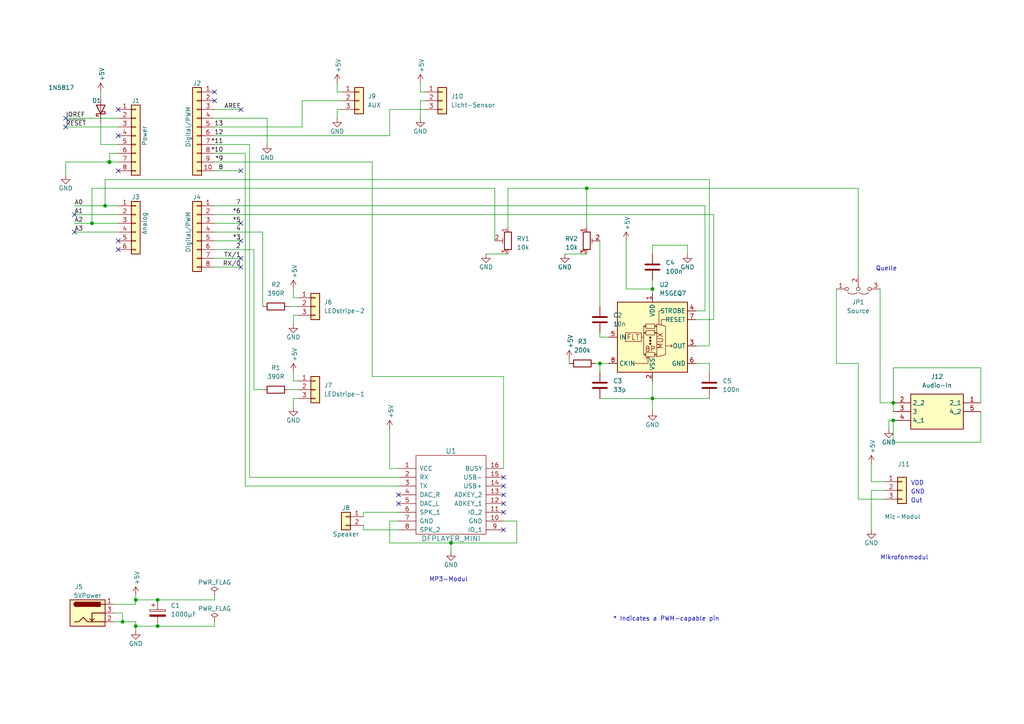
<source format=kicad_sch>
(kicad_sch (version 20230121) (generator eeschema)
  (paper "A4")
  (title_block (date "mar. 31 mars 2015"))
  (lib_symbols
    (symbol "Audio:MSGEQ7"
      (property "Reference" "U" (at -2.54 13.97 0))
      (property "Value" "MSGEQ7" (at -2.54 11.43 0))
      (symbol "MSGEQ7_0_0"
        (polyline (pts (xy -5.08 -7.62) (xy -1.27 -7.62) (xy -1.27 -5.715)))
        (polyline (pts (xy -1.905 -6.35) (xy -1.27 -5.715) (xy -0.635 -6.35)))
        (polyline (pts (xy 2.54 7.62) (xy 1.905 7.62) (xy 1.905 3.683)))
        (polyline (pts (xy 3.81 5.08) (xy 2.54 5.08) (xy 2.54 3.556)))
        (text "BP" (at -0.635 -3.429 0) (effects (font (size 1.524 1.524))))
        (text "FLT" (at -5.588 0 0) (effects (font (size 1.524 1.524))))
        (text "MUX" (at 2.286 -1.016 900) (effects (font (size 1.524 1.524))))
      )
      (symbol "MSGEQ7_0_1"
        (rectangle (start -3.175 -1.27) (end -7.747 1.27))
        (rectangle (start -1.905 -4.445) (end 0.635 -5.715))
        (rectangle (start -1.905 1.905) (end 0.635 0.635))
        (circle (center -0.635 -1.905) (radius 0.254) (fill (type outline)))
        (circle (center -0.635 -1.016) (radius 0.254) (fill (type outline)))
        (circle (center -0.635 -0.127) (radius 0.254) (fill (type outline)))
        (polyline (pts (xy -3.175 0) (xy -2.54 0)))
        (polyline (pts (xy -2.54 1.27) (xy -1.905 1.27)))
        (polyline (pts (xy 0.635 -5.08) (xy 1.27 -5.08)))
        (polyline (pts (xy 0.635 1.27) (xy 1.27 1.27)))
        (polyline (pts (xy 0.635 3.175) (xy 1.27 3.175)))
        (polyline (pts (xy 3.81 -2.54) (xy 5.715 -2.54)))
        (polyline (pts (xy 5.715 -2.54) (xy 5.334 -2.921)))
        (polyline (pts (xy 5.715 -2.54) (xy 5.334 -2.159)))
        (polyline (pts (xy -2.286 -4.826) (xy -2.032 -5.08) (xy -2.286 -5.334)))
        (polyline (pts (xy -2.286 1.524) (xy -2.032 1.27) (xy -2.286 1.016)))
        (polyline (pts (xy -2.286 3.429) (xy -2.032 3.175) (xy -2.286 2.921)))
        (polyline (pts (xy 0.889 -4.826) (xy 1.143 -5.08) (xy 0.889 -5.334)))
        (polyline (pts (xy 0.889 1.524) (xy 1.143 1.27) (xy 0.889 1.016)))
        (polyline (pts (xy 0.889 3.429) (xy 1.143 3.175) (xy 0.889 2.921)))
        (polyline (pts (xy -1.905 3.175) (xy -2.54 3.175) (xy -2.54 -5.08) (xy -1.905 -5.08)))
        (polyline (pts (xy 1.27 3.81) (xy 1.27 -5.715) (xy 3.81 -5.08) (xy 3.81 3.175) (xy 1.27 3.81)))
        (rectangle (start 0.635 2.54) (end -1.905 3.81))
        (rectangle (start 10.16 10.16) (end -10.16 -10.16) (stroke (width 0.254)) (fill (type background)))
      )
      (symbol "MSGEQ7_1_1"
        (pin power_in line (at 0 12.7 270) (length 2.54) (name "VDD") (number "1"))
        (pin power_in line (at 0 -12.7 90) (length 2.54) (name "VSS") (number "2"))
        (pin output line (at 12.7 -2.54 180) (length 2.54) (name "OUT") (number "3"))
        (pin input line (at 12.7 7.62 180) (length 2.54) (name "STROBE") (number "4"))
        (pin input line (at -12.7 0 0) (length 2.54) (name "IN") (number "5"))
        (pin power_out line (at 12.7 -7.62 180) (length 2.54) (name "GND") (number "6"))
        (pin input line (at 12.7 5.08 180) (length 2.54) (name "RESET") (number "7"))
        (pin input line (at -12.7 -7.62 0) (length 2.54) (name "CKIN") (number "8"))
      )
    )
    (symbol "Connector:Barrel_Jack_Switch" (pin_names hide)
      (property "Reference" "J" (at 0 5.334 0))
      (property "Value" "Barrel_Jack_Switch" (at 0 -5.08 0))
      (symbol "Barrel_Jack_Switch_0_1"
        (rectangle (start -5.08 3.81) (end 5.08 -3.81) (stroke (width 0.254)) (fill (type background)))
        (arc (start -3.302 3.175) (mid -3.9343 2.54) (end -3.302 1.905) (stroke (width 0.254)))
        (arc (start -3.302 3.175) (mid -3.9343 2.54) (end -3.302 1.905) (stroke (width 0.254)) (fill (type outline)))
        (polyline (pts (xy 1.27 -2.286) (xy 1.905 -1.651)) (stroke (width 0.254)))
        (polyline (pts (xy 5.08 2.54) (xy 3.81 2.54)) (stroke (width 0.254)))
        (polyline (pts (xy 5.08 0) (xy 1.27 0) (xy 1.27 -2.286) (xy 0.635 -1.651)) (stroke (width 0.254)))
        (polyline (pts (xy -3.81 -2.54) (xy -2.54 -2.54) (xy -1.27 -1.27) (xy 0 -2.54) (xy 2.54 -2.54) (xy 5.08 -2.54)) (stroke (width 0.254)))
        (rectangle (start 3.683 3.175) (end -3.302 1.905) (stroke (width 0.254)) (fill (type outline)))
      )
      (symbol "Barrel_Jack_Switch_1_1"
        (pin passive line (at 7.62 2.54 180) (length 2.54) (name "~") (number "1"))
        (pin passive line (at 7.62 -2.54 180) (length 2.54) (name "~") (number "2"))
        (pin passive line (at 7.62 0 180) (length 2.54) (name "~") (number "3"))
      )
    )
    (symbol "Connector_Generic:Conn_01x02" (pin_names (offset 1.016) hide)
      (property "Reference" "J" (at 0 2.54 0))
      (property "Value" "Conn_01x02" (at 0 -5.08 0))
      (symbol "Conn_01x02_1_1"
        (rectangle (start -1.27 -2.413) (end 0 -2.667) (stroke (width 0.1524)))
        (rectangle (start -1.27 0.127) (end 0 -0.127) (stroke (width 0.1524)))
        (rectangle (start -1.27 1.27) (end 1.27 -3.81) (stroke (width 0.254)) (fill (type background)))
        (pin passive line (at -5.08 0 0) (length 3.81) (name "Pin_1") (number "1"))
        (pin passive line (at -5.08 -2.54 0) (length 3.81) (name "Pin_2") (number "2"))
      )
    )
    (symbol "Connector_Generic:Conn_01x03" (pin_names (offset 1.016) hide)
      (property "Reference" "J" (at 0 5.08 0))
      (property "Value" "Conn_01x03" (at 0 -5.08 0))
      (symbol "Conn_01x03_1_1"
        (rectangle (start -1.27 -2.413) (end 0 -2.667) (stroke (width 0.1524)))
        (rectangle (start -1.27 0.127) (end 0 -0.127) (stroke (width 0.1524)))
        (rectangle (start -1.27 2.667) (end 0 2.413) (stroke (width 0.1524)))
        (rectangle (start -1.27 3.81) (end 1.27 -3.81) (stroke (width 0.254)) (fill (type background)))
        (pin passive line (at -5.08 2.54 0) (length 3.81) (name "Pin_1") (number "1"))
        (pin passive line (at -5.08 0 0) (length 3.81) (name "Pin_2") (number "2"))
        (pin passive line (at -5.08 -2.54 0) (length 3.81) (name "Pin_3") (number "3"))
      )
    )
    (symbol "Connector_Generic:Conn_01x06" (pin_names (offset 1.016) hide)
      (property "Reference" "J" (at 0 7.62 0))
      (property "Value" "Conn_01x06" (at 0 -10.16 0))
      (symbol "Conn_01x06_1_1"
        (rectangle (start -1.27 -7.493) (end 0 -7.747) (stroke (width 0.1524)))
        (rectangle (start -1.27 -4.953) (end 0 -5.207) (stroke (width 0.1524)))
        (rectangle (start -1.27 -2.413) (end 0 -2.667) (stroke (width 0.1524)))
        (rectangle (start -1.27 0.127) (end 0 -0.127) (stroke (width 0.1524)))
        (rectangle (start -1.27 2.667) (end 0 2.413) (stroke (width 0.1524)))
        (rectangle (start -1.27 5.207) (end 0 4.953) (stroke (width 0.1524)))
        (rectangle (start -1.27 6.35) (end 1.27 -8.89) (stroke (width 0.254)) (fill (type background)))
        (pin passive line (at -5.08 5.08 0) (length 3.81) (name "Pin_1") (number "1"))
        (pin passive line (at -5.08 2.54 0) (length 3.81) (name "Pin_2") (number "2"))
        (pin passive line (at -5.08 0 0) (length 3.81) (name "Pin_3") (number "3"))
        (pin passive line (at -5.08 -2.54 0) (length 3.81) (name "Pin_4") (number "4"))
        (pin passive line (at -5.08 -5.08 0) (length 3.81) (name "Pin_5") (number "5"))
        (pin passive line (at -5.08 -7.62 0) (length 3.81) (name "Pin_6") (number "6"))
      )
    )
    (symbol "Connector_Generic:Conn_01x08" (pin_names (offset 1.016) hide)
      (property "Reference" "J" (at 0 10.16 0))
      (property "Value" "Conn_01x08" (at 0 -12.7 0))
      (symbol "Conn_01x08_1_1"
        (rectangle (start -1.27 -10.033) (end 0 -10.287) (stroke (width 0.1524)))
        (rectangle (start -1.27 -7.493) (end 0 -7.747) (stroke (width 0.1524)))
        (rectangle (start -1.27 -4.953) (end 0 -5.207) (stroke (width 0.1524)))
        (rectangle (start -1.27 -2.413) (end 0 -2.667) (stroke (width 0.1524)))
        (rectangle (start -1.27 0.127) (end 0 -0.127) (stroke (width 0.1524)))
        (rectangle (start -1.27 2.667) (end 0 2.413) (stroke (width 0.1524)))
        (rectangle (start -1.27 5.207) (end 0 4.953) (stroke (width 0.1524)))
        (rectangle (start -1.27 7.747) (end 0 7.493) (stroke (width 0.1524)))
        (rectangle (start -1.27 8.89) (end 1.27 -11.43) (stroke (width 0.254)) (fill (type background)))
        (pin passive line (at -5.08 7.62 0) (length 3.81) (name "Pin_1") (number "1"))
        (pin passive line (at -5.08 5.08 0) (length 3.81) (name "Pin_2") (number "2"))
        (pin passive line (at -5.08 2.54 0) (length 3.81) (name "Pin_3") (number "3"))
        (pin passive line (at -5.08 0 0) (length 3.81) (name "Pin_4") (number "4"))
        (pin passive line (at -5.08 -2.54 0) (length 3.81) (name "Pin_5") (number "5"))
        (pin passive line (at -5.08 -5.08 0) (length 3.81) (name "Pin_6") (number "6"))
        (pin passive line (at -5.08 -7.62 0) (length 3.81) (name "Pin_7") (number "7"))
        (pin passive line (at -5.08 -10.16 0) (length 3.81) (name "Pin_8") (number "8"))
      )
    )
    (symbol "Connector_Generic:Conn_01x10" (pin_names (offset 1.016) hide)
      (property "Reference" "J" (at 0 12.7 0))
      (property "Value" "Conn_01x10" (at 0 -15.24 0))
      (symbol "Conn_01x10_1_1"
        (rectangle (start -1.27 -12.573) (end 0 -12.827) (stroke (width 0.1524)))
        (rectangle (start -1.27 -10.033) (end 0 -10.287) (stroke (width 0.1524)))
        (rectangle (start -1.27 -7.493) (end 0 -7.747) (stroke (width 0.1524)))
        (rectangle (start -1.27 -4.953) (end 0 -5.207) (stroke (width 0.1524)))
        (rectangle (start -1.27 -2.413) (end 0 -2.667) (stroke (width 0.1524)))
        (rectangle (start -1.27 0.127) (end 0 -0.127) (stroke (width 0.1524)))
        (rectangle (start -1.27 2.667) (end 0 2.413) (stroke (width 0.1524)))
        (rectangle (start -1.27 5.207) (end 0 4.953) (stroke (width 0.1524)))
        (rectangle (start -1.27 7.747) (end 0 7.493) (stroke (width 0.1524)))
        (rectangle (start -1.27 10.287) (end 0 10.033) (stroke (width 0.1524)))
        (rectangle (start -1.27 11.43) (end 1.27 -13.97) (stroke (width 0.254)) (fill (type background)))
        (pin passive line (at -5.08 10.16 0) (length 3.81) (name "Pin_1") (number "1"))
        (pin passive line (at -5.08 -12.7 0) (length 3.81) (name "Pin_10") (number "10"))
        (pin passive line (at -5.08 7.62 0) (length 3.81) (name "Pin_2") (number "2"))
        (pin passive line (at -5.08 5.08 0) (length 3.81) (name "Pin_3") (number "3"))
        (pin passive line (at -5.08 2.54 0) (length 3.81) (name "Pin_4") (number "4"))
        (pin passive line (at -5.08 0 0) (length 3.81) (name "Pin_5") (number "5"))
        (pin passive line (at -5.08 -2.54 0) (length 3.81) (name "Pin_6") (number "6"))
        (pin passive line (at -5.08 -5.08 0) (length 3.81) (name "Pin_7") (number "7"))
        (pin passive line (at -5.08 -7.62 0) (length 3.81) (name "Pin_8") (number "8"))
        (pin passive line (at -5.08 -10.16 0) (length 3.81) (name "Pin_9") (number "9"))
      )
    )
    (symbol "Device:C" (pin_numbers hide) (pin_names (offset 0.254))
      (property "Reference" "C" (at 0.635 2.54 0))
      (property "Value" "C" (at 0.635 -2.54 0))
      (symbol "C_0_1"
        (polyline (pts (xy -2.032 -0.762) (xy 2.032 -0.762)) (stroke (width 0.508)))
        (polyline (pts (xy -2.032 0.762) (xy 2.032 0.762)) (stroke (width 0.508)))
      )
      (symbol "C_1_1"
        (pin passive line (at 0 3.81 270) (length 2.794) (name "~") (number "1"))
        (pin passive line (at 0 -3.81 90) (length 2.794) (name "~") (number "2"))
      )
    )
    (symbol "Device:C_Polarized" (pin_numbers hide) (pin_names (offset 0.254))
      (property "Reference" "C" (at 0.635 2.54 0))
      (property "Value" "C_Polarized" (at 0.635 -2.54 0))
      (symbol "C_Polarized_0_1"
        (rectangle (start -2.286 0.508) (end 2.286 1.016))
        (polyline (pts (xy -1.778 2.286) (xy -0.762 2.286)))
        (polyline (pts (xy -1.27 2.794) (xy -1.27 1.778)))
        (rectangle (start 2.286 -0.508) (end -2.286 -1.016) (fill (type outline)))
      )
      (symbol "C_Polarized_1_1"
        (pin passive line (at 0 3.81 270) (length 2.794) (name "~") (number "1"))
        (pin passive line (at 0 -3.81 90) (length 2.794) (name "~") (number "2"))
      )
    )
    (symbol "Device:D_Schottky" (pin_numbers hide) (pin_names (offset 1.016) hide)
      (property "Reference" "D" (at 0 2.54 0))
      (property "Value" "D_Schottky" (at 0 -2.54 0))
      (symbol "D_Schottky_0_1"
        (polyline (pts (xy 1.27 0) (xy -1.27 0)))
        (polyline (pts (xy 1.27 1.27) (xy 1.27 -1.27) (xy -1.27 0) (xy 1.27 1.27)) (stroke (width 0.254)))
        (polyline (pts (xy -1.905 0.635) (xy -1.905 1.27) (xy -1.27 1.27) (xy -1.27 -1.27) (xy -0.635 -1.27) (xy -0.635 -0.635)) (stroke (width 0.254)))
      )
      (symbol "D_Schottky_1_1"
        (pin passive line (at -3.81 0 0) (length 2.54) (name "K") (number "1"))
        (pin passive line (at 3.81 0 180) (length 2.54) (name "A") (number "2"))
      )
    )
    (symbol "Device:R" (pin_numbers hide) (pin_names (offset 0))
      (property "Reference" "R" (at 2.032 0 90))
      (property "Value" "R" (at 0 0 90))
      (symbol "R_0_1"
        (rectangle (start -1.016 -2.54) (end 1.016 2.54) (stroke (width 0.254)))
      )
      (symbol "R_1_1"
        (pin passive line (at 0 3.81 270) (length 1.27) (name "~") (number "1"))
        (pin passive line (at 0 -3.81 90) (length 1.27) (name "~") (number "2"))
      )
    )
    (symbol "Device:R_Potentiometer_Trim" (pin_names (offset 1.016) hide)
      (property "Reference" "RV" (at -4.445 0 90))
      (property "Value" "R_Potentiometer_Trim" (at -2.54 0 90))
      (symbol "R_Potentiometer_Trim_0_1"
        (polyline (pts (xy 1.524 0.762) (xy 1.524 -0.762)))
        (polyline (pts (xy 2.54 0) (xy 1.524 0)))
        (rectangle (start 1.016 2.54) (end -1.016 -2.54) (stroke (width 0.254)))
      )
      (symbol "R_Potentiometer_Trim_1_1"
        (pin passive line (at 0 3.81 270) (length 1.27) (name "1") (number "1"))
        (pin passive line (at 3.81 0 180) (length 1.27) (name "2") (number "2"))
        (pin passive line (at 0 -3.81 90) (length 1.27) (name "3") (number "3"))
      )
    )
    (symbol "Jumper:Jumper_3_Open" (pin_names (offset 0) hide)
      (property "Reference" "JP" (at -2.54 -2.54 0))
      (property "Value" "Jumper_3_Open" (at 0 2.794 0))
      (symbol "Jumper_3_Open_0_0"
        (circle (center -3.302 0) (radius 0.508))
        (circle (center 0 0) (radius 0.508))
        (circle (center 3.302 0) (radius 0.508))
      )
      (symbol "Jumper_3_Open_0_1"
        (arc (start -0.254 1.016) (mid -1.651 1.4992) (end -3.048 1.016))
        (polyline (pts (xy 0 -0.508) (xy 0 -1.27)))
        (arc (start 3.048 1.016) (mid 1.651 1.4992) (end 0.254 1.016))
      )
      (symbol "Jumper_3_Open_1_1"
        (pin passive line (at -6.35 0 0) (length 2.54) (name "A") (number "1"))
        (pin passive line (at 0 -3.81 90) (length 2.54) (name "C") (number "2"))
        (pin passive line (at 6.35 0 180) (length 2.54) (name "B") (number "3"))
      )
    )
    (symbol "PJ-313:PJ-313"
      (property "Reference" "J" (at 21.59 7.62 0))
      (property "Value" "PJ-313" (at 21.59 5.08 0))
      (symbol "PJ-313_1_1"
        (rectangle (start 5.08 2.54) (end 20.32 -7.62) (stroke (width 0.254)) (fill (type background)))
        (pin passive line (at 0 0 0) (length 5.08) (name "2_1") (number "1"))
        (pin passive line (at 25.4 0 180) (length 5.08) (name "2_2") (number "2"))
        (pin passive line (at 25.4 -2.54 180) (length 5.08) (name "3") (number "3"))
        (pin passive line (at 25.4 -5.08 180) (length 5.08) (name "4_1") (number "4"))
        (pin passive line (at 0 -2.54 0) (length 5.08) (name "4_2") (number "5"))
      )
    )
    (symbol "power:+5V" (power) (pin_names (offset 0))
      (property "Value" "+5V" (at 0 3.556 0))
      (symbol "+5V_0_1"
        (polyline (pts (xy -0.762 1.27) (xy 0 2.54)))
        (polyline (pts (xy 0 0) (xy 0 2.54)))
        (polyline (pts (xy 0 2.54) (xy 0.762 1.27)))
      )
      (symbol "+5V_1_1"
        (pin power_in line (at 0 0 90) (length 0) hide (name "+5V") (number "1"))
      )
    )
    (symbol "power:GND" (power) (pin_names (offset 0))
      (property "Value" "GND" (at 0 -3.81 0))
      (symbol "GND_0_1"
        (polyline (pts (xy 0 0) (xy 0 -1.27) (xy 1.27 -1.27) (xy 0 -2.54) (xy -1.27 -1.27) (xy 0 -1.27)))
      )
      (symbol "GND_1_1"
        (pin power_in line (at 0 0 270) (length 0) hide (name "GND") (number "1"))
      )
    )
    (symbol "power:PWR_FLAG" (power) (pin_numbers hide) (pin_names (offset 0) hide)
      (property "Value" "PWR_FLAG" (at 0 3.81 0))
      (symbol "PWR_FLAG_0_0"
        (pin power_out line (at 0 0 90) (length 0) (name "pwr") (number "1"))
      )
      (symbol "PWR_FLAG_0_1"
        (polyline (pts (xy 0 0) (xy 0 1.27) (xy -1.016 1.905) (xy 0 2.54) (xy 1.016 1.905) (xy 0 1.27)))
      )
    )
    (symbol "rur:DFPLAYER_MINI" (pin_names (offset 1.016))
      (property "Reference" "U" (at 0 -6.35 0))
      (property "Value" "DFPLAYER_MINI" (at 0 11.43 0))
      (symbol "DFPLAYER_MINI_0_1"
        (rectangle (start -10.16 -10.16) (end 10.16 12.7))
      )
      (symbol "DFPLAYER_MINI_1_1"
        (pin input line (at -15.24 8.89 0) (length 5.08) (name "VCC") (number "1"))
        (pin input line (at 15.24 -6.35 180) (length 5.08) (name "GND") (number "10"))
        (pin input line (at 15.24 -3.81 180) (length 5.08) (name "IO_2") (number "11"))
        (pin input line (at 15.24 -1.27 180) (length 5.08) (name "ADKEY_1") (number "12"))
        (pin input line (at 15.24 1.27 180) (length 5.08) (name "ADKEY_2") (number "13"))
        (pin input line (at 15.24 3.81 180) (length 5.08) (name "USB+") (number "14"))
        (pin input line (at 15.24 6.35 180) (length 5.08) (name "USB-") (number "15"))
        (pin input line (at 15.24 8.89 180) (length 5.08) (name "BUSY") (number "16"))
        (pin input line (at -15.24 6.35 0) (length 5.08) (name "RX") (number "2"))
        (pin input line (at -15.24 3.81 0) (length 5.08) (name "TX") (number "3"))
        (pin input line (at -15.24 1.27 0) (length 5.08) (name "DAC_R") (number "4"))
        (pin input line (at -15.24 -1.27 0) (length 5.08) (name "DAC_L") (number "5"))
        (pin input line (at -15.24 -3.81 0) (length 5.08) (name "SPK_1") (number "6"))
        (pin input line (at -15.24 -6.35 0) (length 5.08) (name "GND") (number "7"))
        (pin input line (at -15.24 -8.89 0) (length 5.08) (name "SPK_2") (number "8"))
        (pin input line (at 15.24 -8.89 180) (length 5.08) (name "IO_1") (number "9"))
      )
    )
  )
  (junction (at 259.08 121.92))
  (junction (at 170.18 54.61))
  (junction (at 45.72 173.99))
  (junction (at 189.23 83.82))
  (junction (at 31.75 46.99) (diameter 1.016))
  (junction (at 26.67 64.77))
  (junction (at 39.37 173.99))
  (junction (at 35.56 180.34))
  (junction (at 39.37 181.61))
  (junction (at 259.08 116.84))
  (junction (at 45.72 181.61))
  (junction (at 130.81 157.48))
  (junction (at 189.23 115.57))
  (junction (at 173.99 105.41))
  (junction (at 30.48 59.69))
  (no_connect (at 69.85 77.47))
  (no_connect (at 146.05 138.43))
  (no_connect (at 146.05 140.97))
  (no_connect (at 62.23 29.21))
  (no_connect (at 21.59 62.23))
  (no_connect (at 146.05 148.59))
  (no_connect (at 34.29 39.37))
  (no_connect (at 69.85 31.75))
  (no_connect (at 21.59 67.31))
  (no_connect (at 34.29 49.53))
  (no_connect (at 19.05 36.83))
  (no_connect (at 146.05 146.05))
  (no_connect (at 115.57 146.05))
  (no_connect (at 115.57 143.51))
  (no_connect (at 69.85 69.85))
  (no_connect (at 34.29 72.39))
  (no_connect (at 69.85 64.77))
  (no_connect (at 62.23 26.67))
  (no_connect (at 34.29 69.85))
  (no_connect (at 34.29 31.75))
  (no_connect (at 146.05 153.67))
  (no_connect (at 69.85 49.53))
  (no_connect (at 146.05 143.51))
  (no_connect (at 69.85 74.93))
  (no_connect (at 19.05 34.29))
  (wire (pts (xy 62.23 77.47) (xy 69.85 77.47)))
  (wire (pts (xy 85.09 86.36) (xy 86.36 86.36)))
  (wire (pts (xy 252.73 142.24) (xy 256.54 142.24)))
  (wire (pts (xy 146.05 135.89) (xy 146.05 109.22)))
  (wire (pts (xy 72.39 41.91) (xy 72.39 138.43)))
  (wire (pts (xy 181.61 83.82) (xy 181.61 69.85)))
  (wire (pts (xy 62.23 44.45) (xy 71.12 44.45)))
  (wire (pts (xy 248.92 105.41) (xy 242.57 105.41)))
  (wire (pts (xy 143.51 54.61) (xy 26.67 54.61)))
  (wire (pts (xy 26.67 64.77) (xy 21.59 64.77)))
  (wire (pts (xy 30.48 59.69) (xy 21.59 59.69)))
  (wire (pts (xy 259.08 106.68) (xy 259.08 116.84)))
  (wire (pts (xy 205.74 105.41) (xy 205.74 107.95)))
  (wire (pts (xy 201.93 100.33) (xy 205.74 100.33)))
  (wire (pts (xy 31.75 44.45) (xy 31.75 46.99)))
  (wire (pts (xy 170.18 54.61) (xy 170.18 66.04)))
  (wire (pts (xy 189.23 83.82) (xy 181.61 83.82)))
  (wire (pts (xy 83.82 113.03) (xy 86.36 113.03)))
  (wire (pts (xy 242.57 105.41) (xy 242.57 83.82)))
  (wire (pts (xy 172.72 105.41) (xy 173.99 105.41)))
  (wire (pts (xy 149.86 151.13) (xy 149.86 157.48)))
  (wire (pts (xy 19.05 46.99) (xy 19.05 50.8)))
  (wire (pts (xy 115.57 140.97) (xy 71.12 140.97)))
  (wire (pts (xy 248.92 80.01) (xy 248.92 54.61)))
  (wire (pts (xy 189.23 71.12) (xy 199.39 71.12)))
  (wire (pts (xy 121.92 29.21) (xy 121.92 34.29)))
  (wire (pts (xy 29.21 41.91) (xy 34.29 41.91)))
  (wire (pts (xy 73.66 113.03) (xy 76.2 113.03)))
  (wire (pts (xy 259.08 121.92) (xy 257.81 121.92)))
  (wire (pts (xy 113.03 135.89) (xy 115.57 135.89)))
  (wire (pts (xy 35.56 177.8) (xy 35.56 180.34)))
  (wire (pts (xy 62.23 36.83) (xy 87.63 36.83)))
  (wire (pts (xy 83.82 88.9) (xy 86.36 88.9)))
  (wire (pts (xy 62.23 59.69) (xy 204.47 59.69)))
  (wire (pts (xy 33.02 177.8) (xy 35.56 177.8)))
  (wire (pts (xy 29.21 35.56) (xy 29.21 41.91)))
  (wire (pts (xy 34.29 59.69) (xy 30.48 59.69)))
  (wire (pts (xy 62.23 39.37) (xy 113.03 39.37)))
  (wire (pts (xy 85.09 115.57) (xy 86.36 115.57)))
  (wire (pts (xy 33.02 180.34) (xy 35.56 180.34)))
  (wire (pts (xy 85.09 93.98) (xy 85.09 91.44)))
  (wire (pts (xy 62.23 62.23) (xy 207.01 62.23)))
  (wire (pts (xy 87.63 29.21) (xy 87.63 36.83)))
  (wire (pts (xy 73.66 72.39) (xy 73.66 113.03)))
  (wire (pts (xy 284.48 106.68) (xy 259.08 106.68)))
  (wire (pts (xy 113.03 151.13) (xy 115.57 151.13)))
  (wire (pts (xy 71.12 44.45) (xy 71.12 140.97)))
  (wire (pts (xy 189.23 115.57) (xy 205.74 115.57)))
  (wire (pts (xy 121.92 26.67) (xy 121.92 24.13)))
  (wire (pts (xy 257.81 121.92) (xy 257.81 124.46)))
  (wire (pts (xy 201.93 105.41) (xy 205.74 105.41)))
  (wire (pts (xy 173.99 97.79) (xy 173.99 96.52)))
  (wire (pts (xy 284.48 116.84) (xy 284.48 106.68)))
  (wire (pts (xy 146.05 151.13) (xy 149.86 151.13)))
  (wire (pts (xy 284.48 119.38) (xy 284.48 128.27)))
  (wire (pts (xy 76.2 88.9) (xy 76.2 67.31)))
  (wire (pts (xy 85.09 110.49) (xy 85.09 107.95)))
  (wire (pts (xy 19.05 34.29) (xy 34.29 34.29)))
  (wire (pts (xy 143.51 54.61) (xy 143.51 69.85)))
  (wire (pts (xy 165.1 104.14) (xy 165.1 105.41)))
  (wire (pts (xy 173.99 105.41) (xy 176.53 105.41)))
  (wire (pts (xy 45.72 181.61) (xy 62.23 181.61)))
  (wire (pts (xy 189.23 85.09) (xy 189.23 83.82)))
  (wire (pts (xy 105.41 148.59) (xy 105.41 149.86)))
  (wire (pts (xy 176.53 97.79) (xy 173.99 97.79)))
  (wire (pts (xy 85.09 91.44) (xy 86.36 91.44)))
  (wire (pts (xy 105.41 153.67) (xy 115.57 153.67)))
  (wire (pts (xy 113.03 31.75) (xy 113.03 39.37)))
  (wire (pts (xy 99.06 29.21) (xy 87.63 29.21)))
  (wire (pts (xy 130.81 157.48) (xy 113.03 157.48)))
  (wire (pts (xy 255.27 116.84) (xy 255.27 83.82)))
  (wire (pts (xy 62.23 31.75) (xy 69.85 31.75)))
  (wire (pts (xy 62.23 172.72) (xy 62.23 173.99)))
  (wire (pts (xy 252.73 153.67) (xy 252.73 142.24)))
  (wire (pts (xy 26.67 54.61) (xy 26.67 64.77)))
  (wire (pts (xy 115.57 138.43) (xy 72.39 138.43)))
  (wire (pts (xy 248.92 54.61) (xy 170.18 54.61)))
  (wire (pts (xy 34.29 64.77) (xy 26.67 64.77)))
  (wire (pts (xy 19.05 36.83) (xy 34.29 36.83)))
  (wire (pts (xy 204.47 90.17) (xy 204.47 59.69)))
  (wire (pts (xy 34.29 46.99) (xy 31.75 46.99)))
  (wire (pts (xy 105.41 152.4) (xy 105.41 153.67)))
  (wire (pts (xy 163.83 73.66) (xy 170.18 73.66)))
  (wire (pts (xy 29.21 26.67) (xy 29.21 27.94)))
  (wire (pts (xy 99.06 31.75) (xy 97.79 31.75)))
  (wire (pts (xy 189.23 110.49) (xy 189.23 115.57)))
  (wire (pts (xy 252.73 139.7) (xy 252.73 134.62)))
  (wire (pts (xy 30.48 52.07) (xy 30.48 59.69)))
  (wire (pts (xy 97.79 31.75) (xy 97.79 34.29)))
  (wire (pts (xy 39.37 180.34) (xy 39.37 181.61)))
  (wire (pts (xy 21.59 62.23) (xy 34.29 62.23)))
  (wire (pts (xy 173.99 115.57) (xy 189.23 115.57)))
  (wire (pts (xy 85.09 83.82) (xy 85.09 86.36)))
  (wire (pts (xy 189.23 115.57) (xy 189.23 119.38)))
  (wire (pts (xy 86.36 110.49) (xy 85.09 110.49)))
  (wire (pts (xy 33.02 175.26) (xy 39.37 175.26)))
  (wire (pts (xy 170.18 54.61) (xy 147.32 54.61)))
  (wire (pts (xy 19.05 46.99) (xy 31.75 46.99)))
  (wire (pts (xy 259.08 128.27) (xy 259.08 121.92)))
  (wire (pts (xy 62.23 46.99) (xy 107.95 46.99)))
  (wire (pts (xy 39.37 172.72) (xy 39.37 173.99)))
  (wire (pts (xy 62.23 67.31) (xy 76.2 67.31)))
  (wire (pts (xy 173.99 69.85) (xy 173.99 88.9)))
  (wire (pts (xy 34.29 44.45) (xy 31.75 44.45)))
  (wire (pts (xy 284.48 128.27) (xy 259.08 128.27)))
  (wire (pts (xy 35.56 180.34) (xy 39.37 180.34)))
  (wire (pts (xy 173.99 105.41) (xy 173.99 107.95)))
  (wire (pts (xy 107.95 109.22) (xy 107.95 46.99)))
  (wire (pts (xy 39.37 181.61) (xy 39.37 182.88)))
  (wire (pts (xy 248.92 144.78) (xy 256.54 144.78)))
  (wire (pts (xy 189.23 71.12) (xy 189.23 73.66)))
  (wire (pts (xy 62.23 41.91) (xy 72.39 41.91)))
  (wire (pts (xy 189.23 81.28) (xy 189.23 83.82)))
  (wire (pts (xy 39.37 181.61) (xy 45.72 181.61)))
  (wire (pts (xy 205.74 52.07) (xy 30.48 52.07)))
  (wire (pts (xy 140.97 73.66) (xy 147.32 73.66)))
  (wire (pts (xy 85.09 118.11) (xy 85.09 115.57)))
  (wire (pts (xy 252.73 139.7) (xy 256.54 139.7)))
  (wire (pts (xy 130.81 157.48) (xy 149.86 157.48)))
  (wire (pts (xy 62.23 180.34) (xy 62.23 181.61)))
  (wire (pts (xy 62.23 64.77) (xy 69.85 64.77)))
  (wire (pts (xy 21.59 67.31) (xy 34.29 67.31)))
  (wire (pts (xy 39.37 175.26) (xy 39.37 173.99)))
  (wire (pts (xy 207.01 92.71) (xy 207.01 62.23)))
  (wire (pts (xy 62.23 34.29) (xy 77.47 34.29)))
  (wire (pts (xy 97.79 26.67) (xy 97.79 24.13)))
  (wire (pts (xy 115.57 148.59) (xy 105.41 148.59)))
  (wire (pts (xy 99.06 26.67) (xy 97.79 26.67)))
  (wire (pts (xy 248.92 105.41) (xy 248.92 144.78)))
  (wire (pts (xy 201.93 92.71) (xy 207.01 92.71)))
  (wire (pts (xy 39.37 173.99) (xy 45.72 173.99)))
  (wire (pts (xy 62.23 72.39) (xy 73.66 72.39)))
  (wire (pts (xy 123.19 29.21) (xy 121.92 29.21)))
  (wire (pts (xy 62.23 69.85) (xy 69.85 69.85)))
  (wire (pts (xy 113.03 124.46) (xy 113.03 135.89)))
  (wire (pts (xy 123.19 31.75) (xy 113.03 31.75)))
  (wire (pts (xy 62.23 173.99) (xy 45.72 173.99)))
  (wire (pts (xy 123.19 26.67) (xy 121.92 26.67)))
  (wire (pts (xy 199.39 71.12) (xy 199.39 73.66)))
  (wire (pts (xy 201.93 90.17) (xy 204.47 90.17)))
  (wire (pts (xy 146.05 109.22) (xy 107.95 109.22)))
  (wire (pts (xy 77.47 41.91) (xy 77.47 34.29)))
  (wire (pts (xy 113.03 157.48) (xy 113.03 151.13)))
  (wire (pts (xy 147.32 54.61) (xy 147.32 66.04)))
  (wire (pts (xy 130.81 157.48) (xy 130.81 160.02)))
  (wire (pts (xy 62.23 74.93) (xy 69.85 74.93)))
  (wire (pts (xy 259.08 116.84) (xy 259.08 119.38)))
  (wire (pts (xy 255.27 116.84) (xy 259.08 116.84)))
  (wire (pts (xy 205.74 100.33) (xy 205.74 52.07)))
  (wire (pts (xy 62.23 49.53) (xy 69.85 49.53)))
  (text "GND\n" (at 264.16 143.51 0) (effects (font (size 1.27 1.27)) (justify left bottom)))
  (text "Mikrofonmodul" (at 255.27 162.56 0) (effects (font (size 1.27 1.27)) (justify left bottom)))
  (text "Out" (at 264.16 146.05 0) (effects (font (size 1.27 1.27)) (justify left bottom)))
  (text "VDD" (at 264.16 140.97 0) (effects (font (size 1.27 1.27)) (justify left bottom)))
  (text "MP3-Modul" (at 124.46 168.91 0) (effects (font (size 1.27 1.27)) (justify left bottom)))
  (text "* Indicates a PWM-capable pin" (at 177.8 180.34 0) (effects (font (size 1.27 1.27)) (justify left bottom)))
  (text "Quelle" (at 254 78.74 0) (effects (font (size 1.27 1.27)) (justify left bottom)))
  (label "*10" (at 64.77 44.45 180))
  (label "A2" (at 21.59 64.77 0))
  (label "*6" (at 69.85 62.23 180))
  (label "12" (at 64.77 39.37 180))
  (label "4" (at 69.85 67.31 180))
  (label "A3" (at 21.59 67.31 0))
  (label "*5" (at 69.85 64.77 180))
  (label "~{RESET}" (at 19.05 36.83 0))
  (label "*3" (at 69.85 69.85 180))
  (label "8" (at 64.77 49.53 180))
  (label "RX{slash}0" (at 69.85 77.47 180))
  (label "13" (at 64.77 36.83 180))
  (label "2" (at 69.85 72.39 180))
  (label "*11" (at 64.77 41.91 180))
  (label "A1" (at 21.59 62.23 0))
  (label "A0" (at 21.59 59.69 0))
  (label "*9" (at 64.77 46.99 180))
  (label "IOREF" (at 19.05 34.29 0))
  (label "TX{slash}1" (at 69.85 74.93 180))
  (label "7" (at 69.85 59.69 180))
  (label "AREF" (at 69.85 31.75 180))
  (symbol (lib_id "Connector_Generic:Conn_01x08") (at 39.37 39.37 0) (unit 1)
    (property "Reference" "J1" (at 39.37 29.21 0))
    (property "Value" "Power" (at 41.91 39.37 90))
    (property "Footprint" "Connector_PinSocket_2.54mm:PinSocket_1x08_P2.54mm_Vertical" (effects hide))
  )
  (symbol (lib_id "power:+5V") (at 29.21 26.67 0) (unit 1)
    (property "Reference" "#PWR02" (effects hide))
    (property "Value" "+5V" (at 29.5656 23.622 90) (effects (justify left)))
  )
  (symbol (lib_id "power:GND") (at 19.05 50.8 0) (unit 1)
    (property "Reference" "#PWR04" (effects hide))
    (property "Value" "GND" (at 19.05 54.61 0))
  )
  (symbol (lib_id "Connector_Generic:Conn_01x10") (at 57.15 36.83 0) (mirror y) (unit 1)
    (property "Reference" "J2" (at 57.15 24.13 0))
    (property "Value" "Digital/PWM" (at 54.61 36.83 90))
    (property "Footprint" "Connector_PinSocket_2.54mm:PinSocket_1x10_P2.54mm_Vertical" (effects hide))
  )
  (symbol (lib_id "power:GND") (at 77.47 41.91 0) (unit 1)
    (property "Reference" "#PWR05" (effects hide))
    (property "Value" "GND" (at 77.47 45.72 0))
  )
  (symbol (lib_id "Connector_Generic:Conn_01x06") (at 39.37 64.77 0) (unit 1)
    (property "Reference" "J3" (at 39.37 57.15 0))
    (property "Value" "Analog" (at 41.91 64.77 90))
    (property "Footprint" "Connector_PinSocket_2.54mm:PinSocket_1x06_P2.54mm_Vertical" (effects hide))
  )
  (symbol (lib_id "Connector_Generic:Conn_01x08") (at 57.15 67.31 0) (mirror y) (unit 1)
    (property "Reference" "J4" (at 57.15 57.15 0))
    (property "Value" "Digital/PWM" (at 54.61 67.31 90))
    (property "Footprint" "Connector_PinSocket_2.54mm:PinSocket_1x08_P2.54mm_Vertical" (effects hide))
  )
  (symbol (lib_id "power:+5V") (at 165.1 104.14 0) (unit 1)
    (property "Reference" "#PWR021" (effects hide))
    (property "Value" "+5V" (at 165.4556 101.092 90) (effects (justify left)))
  )
  (symbol (lib_id "power:+5V") (at 85.09 107.95 0) (unit 1)
    (property "Reference" "#PWR011" (effects hide))
    (property "Value" "+5V" (at 85.4456 104.902 90) (effects (justify left)))
  )
  (symbol (lib_id "power:GND") (at 189.23 119.38 0) (unit 1)
    (property "Reference" "#PWR024" (effects hide))
    (property "Value" "GND" (at 189.23 123.19 0))
  )
  (symbol (lib_id "Device:R_Potentiometer_Trim") (at 170.18 69.85 0) (unit 1)
    (property "Reference" "RV2" (at 167.64 69.215 0) (effects (justify right)))
    (property "Value" "10k" (at 167.64 71.755 0) (effects (justify right)))
    (property "Footprint" "Potentiometer_THT:Potentiometer_Runtron_RM-063_Horizontal" (effects hide))
  )
  (symbol (lib_id "Connector_Generic:Conn_01x02") (at 100.33 149.86 0) (mirror y) (unit 1)
    (property "Reference" "J8" (at 100.33 147.32 0))
    (property "Value" "Speaker" (at 100.33 154.94 0))
    (property "Footprint" "Connector_PinHeader_2.54mm:PinHeader_1x02_P2.54mm_Horizontal" (effects hide))
  )
  (symbol (lib_id "Audio:MSGEQ7") (at 189.23 97.79 0) (unit 1)
    (property "Reference" "U2" (at 191.2494 82.55 0) (effects (justify left)))
    (property "Value" "MSGEQ7" (at 191.2494 85.09 0) (effects (justify left)))
    (property "Footprint" "Package_DIP:DIP-8_W7.62mm" (effects hide))
    (property "Datasheet" "http://mix-sig.com/images/datasheets/MSGEQ7.pdf" (effects hide))
  )
  (symbol (lib_id "Device:D_Schottky") (at 29.21 31.75 90) (unit 1)
    (property "Reference" "D1" (at 26.67 29.21 90) (effects (justify right)))
    (property "Value" "1N5817" (at 13.97 25.4 90) (effects (justify right)))
    (property "Footprint" "Diode_THT:D_DO-41_SOD81_P10.16mm_Horizontal" (effects hide))
  )
  (symbol (lib_id "power:+5V") (at 252.73 134.62 0) (unit 1)
    (property "Reference" "#PWR028" (effects hide))
    (property "Value" "+5V" (at 253.0856 131.572 90) (effects (justify left)))
  )
  (symbol (lib_id "rur:DFPLAYER_MINI") (at 130.81 144.78 0) (unit 1)
    (property "Reference" "U1" (at 130.81 130.81 0) (effects (font (size 1.524 1.524))))
    (property "Value" "DFPLAYER_MINI" (at 130.81 156.21 0) (effects (font (size 1.524 1.524))))
    (property "Footprint" "MeineModule:DFR0299" (effects hide))
  )
  (symbol (lib_id "Device:R_Potentiometer_Trim") (at 147.32 69.85 0) (mirror y) (unit 1)
    (property "Reference" "RV1" (at 149.86 69.215 0) (effects (justify right)))
    (property "Value" "10k" (at 149.86 71.755 0) (effects (justify right)))
    (property "Footprint" "Potentiometer_THT:Potentiometer_Runtron_RM-063_Horizontal" (effects hide))
  )
  (symbol (lib_id "power:GND") (at 199.39 73.66 0) (unit 1)
    (property "Reference" "#PWR025" (effects hide))
    (property "Value" "GND" (at 199.39 77.47 0))
  )
  (symbol (lib_id "power:PWR_FLAG") (at 62.23 172.72 0) (unit 1)
    (property "Reference" "#FLG01" (effects hide))
    (property "Value" "PWR_FLAG" (at 62.23 168.91 0))
  )
  (symbol (lib_id "power:+5V") (at 181.61 69.85 0) (unit 1)
    (property "Reference" "#PWR023" (effects hide))
    (property "Value" "+5V" (at 181.9656 66.802 90) (effects (justify left)))
  )
  (symbol (lib_id "Device:C") (at 189.23 77.47 0) (unit 1)
    (property "Reference" "C4" (at 193.04 76.1999 0) (effects (justify left)))
    (property "Value" "100n" (at 193.04 78.7399 0) (effects (justify left)))
    (property "Footprint" "Capacitor_THT:C_Disc_D3.0mm_W2.0mm_P2.50mm" (effects hide))
  )
  (symbol (lib_id "power:GND") (at 85.09 118.11 0) (unit 1)
    (property "Reference" "#PWR012" (effects hide))
    (property "Value" "GND" (at 85.09 121.92 0))
  )
  (symbol (lib_id "power:GND") (at 39.37 182.88 0) (unit 1)
    (property "Reference" "#PWR07" (effects hide))
    (property "Value" "GND" (at 39.37 186.69 0))
  )
  (symbol (lib_id "power:GND") (at 85.09 93.98 0) (unit 1)
    (property "Reference" "#PWR010" (effects hide))
    (property "Value" "GND" (at 85.09 97.79 0))
  )
  (symbol (lib_id "Connector_Generic:Conn_01x03") (at 91.44 113.03 0) (unit 1)
    (property "Reference" "J7" (at 93.98 111.7599 0) (effects (justify left)))
    (property "Value" "LEDstripe-1" (at 93.98 114.2999 0) (effects (justify left)))
    (property "Footprint" "PCB_Terminal_Block_P3.5:PCB_Terminal_Block_3-P3.5" (effects hide))
  )
  (symbol (lib_id "Device:C_Polarized") (at 45.72 177.8 0) (unit 1)
    (property "Reference" "C1" (at 49.53 175.6409 0) (effects (justify left)))
    (property "Value" "1000µF" (at 49.53 178.1809 0) (effects (justify left)))
    (property "Footprint" "Capacitor_THT:CP_Radial_D8.0mm_P5.00mm" (effects hide))
  )
  (symbol (lib_id "power:GND") (at 97.79 34.29 0) (unit 1)
    (property "Reference" "#PWR014" (effects hide))
    (property "Value" "GND" (at 97.79 38.1 0))
  )
  (symbol (lib_id "Jumper:Jumper_3_Open") (at 248.92 83.82 0) (mirror x) (unit 1)
    (property "Reference" "JP1" (at 248.92 87.63 0))
    (property "Value" "Source" (at 248.92 90.17 0))
    (property "Footprint" "Connector_PinHeader_2.54mm:PinHeader_1x03_P2.54mm_Vertical" (effects hide))
  )
  (symbol (lib_id "power:GND") (at 140.97 73.66 0) (unit 1)
    (property "Reference" "#PWR019" (effects hide))
    (property "Value" "GND" (at 140.97 77.47 0))
  )
  (symbol (lib_id "power:PWR_FLAG") (at 62.23 180.34 0) (unit 1)
    (property "Reference" "#FLG02" (effects hide))
    (property "Value" "PWR_FLAG" (at 62.23 176.53 0))
  )
  (symbol (lib_id "Device:R") (at 80.01 88.9 270) (unit 1)
    (property "Reference" "R2" (at 80.01 82.55 90))
    (property "Value" "390R" (at 80.01 85.09 90))
    (property "Footprint" "Resistor_THT:R_Axial_DIN0207_L6.3mm_D2.5mm_P10.16mm_Horizontal" (effects hide))
  )
  (symbol (lib_id "power:+5V") (at 121.92 24.13 0) (unit 1)
    (property "Reference" "#PWR016" (effects hide))
    (property "Value" "+5V" (at 122.2756 21.082 90) (effects (justify left)))
  )
  (symbol (lib_id "Device:R") (at 168.91 105.41 270) (unit 1)
    (property "Reference" "R3" (at 168.91 99.06 90))
    (property "Value" "200k" (at 168.91 101.6 90))
    (property "Footprint" "Resistor_THT:R_Axial_DIN0207_L6.3mm_D2.5mm_P10.16mm_Horizontal" (effects hide))
  )
  (symbol (lib_id "power:+5V") (at 85.09 83.82 0) (unit 1)
    (property "Reference" "#PWR09" (effects hide))
    (property "Value" "+5V" (at 85.4456 80.772 90) (effects (justify left)))
  )
  (symbol (lib_id "Connector_Generic:Conn_01x03") (at 128.27 29.21 0) (unit 1)
    (property "Reference" "J10" (at 130.81 27.9399 0) (effects (justify left)))
    (property "Value" "Licht-Sensor" (at 130.81 30.4799 0) (effects (justify left)))
    (property "Footprint" "Connector_PinSocket_2.54mm:PinSocket_1x03_P2.54mm_Horizontal" (effects hide))
  )
  (symbol (lib_id "power:GND") (at 252.73 153.67 0) (unit 1)
    (property "Reference" "#PWR029" (effects hide))
    (property "Value" "GND" (at 252.73 157.48 0))
  )
  (symbol (lib_id "PJ-313:PJ-313") (at 284.48 116.84 0) (mirror y) (unit 1)
    (property "Reference" "J12" (at 271.78 109.22 0))
    (property "Value" "Audio-In" (at 271.78 111.76 0))
    (property "Footprint" "PJ-313-2:PJ313" (effects hide))
    (property "Datasheet" "http://p.globalsources.com/IMAGES/PDT/SPEC/678/K1007224678.pdf" (effects hide))
    (property "Height" "5" (effects hide))
    (property "Manufacturer_Name" "Haoyu" (effects hide))
    (property "Manufacturer_Part_Number" "PJ-313" (effects hide))
  )
  (symbol (lib_id "Connector_Generic:Conn_01x03") (at 261.62 142.24 0) (unit 1)
    (property "Reference" "J11" (at 260.35 134.62 0) (effects (justify left)))
    (property "Value" "Mic-Modul" (at 256.54 149.86 0) (effects (justify left)))
    (property "Footprint" "Connector_PinSocket_2.54mm:PinSocket_1x03_P2.54mm_Horizontal" (effects hide))
  )
  (symbol (lib_id "power:GND") (at 121.92 34.29 0) (unit 1)
    (property "Reference" "#PWR017" (effects hide))
    (property "Value" "GND" (at 121.92 38.1 0))
  )
  (symbol (lib_id "power:GND") (at 163.83 73.66 0) (unit 1)
    (property "Reference" "#PWR020" (effects hide))
    (property "Value" "GND" (at 163.83 77.47 0))
  )
  (symbol (lib_id "Device:C") (at 173.99 111.76 0) (unit 1)
    (property "Reference" "C3" (at 177.8 110.4899 0) (effects (justify left)))
    (property "Value" "33p" (at 177.8 113.0299 0) (effects (justify left)))
    (property "Footprint" "Capacitor_THT:C_Disc_D3.0mm_W2.0mm_P2.50mm" (effects hide))
  )
  (symbol (lib_id "Device:R") (at 80.01 113.03 270) (unit 1)
    (property "Reference" "R1" (at 80.01 106.68 90))
    (property "Value" "390R" (at 80.01 109.22 90))
    (property "Footprint" "Resistor_THT:R_Axial_DIN0207_L6.3mm_D2.5mm_P10.16mm_Horizontal" (effects hide))
  )
  (symbol (lib_id "power:GND") (at 257.81 124.46 0) (unit 1)
    (property "Reference" "#PWR030" (effects hide))
    (property "Value" "GND" (at 257.81 128.27 0))
  )
  (symbol (lib_id "power:+5V") (at 113.03 124.46 0) (unit 1)
    (property "Reference" "#PWR015" (effects hide))
    (property "Value" "+5V" (at 113.3856 121.412 90) (effects (justify left)))
  )
  (symbol (lib_id "power:+5V") (at 97.79 24.13 0) (unit 1)
    (property "Reference" "#PWR013" (effects hide))
    (property "Value" "+5V" (at 98.1456 21.082 90) (effects (justify left)))
  )
  (symbol (lib_id "Connector_Generic:Conn_01x03") (at 91.44 88.9 0) (unit 1)
    (property "Reference" "J6" (at 93.98 87.6299 0) (effects (justify left)))
    (property "Value" "LEDstripe-2" (at 93.98 90.1699 0) (effects (justify left)))
    (property "Footprint" "PCB_Terminal_Block_P3.5:PCB_Terminal_Block_3-P3.5" (effects hide))
  )
  (symbol (lib_id "power:+5V") (at 39.37 172.72 0) (unit 1)
    (property "Reference" "#PWR06" (effects hide))
    (property "Value" "+5V" (at 39.7256 169.672 90) (effects (justify left)))
  )
  (symbol (lib_id "Device:C") (at 205.74 111.76 0) (unit 1)
    (property "Reference" "C5" (at 209.55 110.4899 0) (effects (justify left)))
    (property "Value" "100n" (at 209.55 113.0299 0) (effects (justify left)))
    (property "Footprint" "Capacitor_THT:C_Disc_D3.0mm_W2.0mm_P2.50mm" (effects hide))
  )
  (symbol (lib_id "power:GND") (at 130.81 160.02 0) (unit 1)
    (property "Reference" "#PWR018" (effects hide))
    (property "Value" "GND" (at 130.81 163.83 0))
  )
  (symbol (lib_id "Connector:Barrel_Jack_Switch") (at 25.4 177.8 0) (unit 1)
    (property "Reference" "J5" (at 22.86 170.18 0))
    (property "Value" "5VPower" (at 25.4 172.72 0))
    (property "Footprint" "MeineModule:DC-Buchse" (effects hide))
  )
  (symbol (lib_id "Connector_Generic:Conn_01x03") (at 104.14 29.21 0) (unit 1)
    (property "Reference" "J9" (at 106.68 27.9399 0) (effects (justify left)))
    (property "Value" "AUX" (at 106.68 30.4799 0) (effects (justify left)))
    (property "Footprint" "Connector_PinSocket_2.54mm:PinSocket_1x03_P2.54mm_Horizontal" (effects hide))
  )
  (symbol (lib_id "Device:C") (at 173.99 92.71 0) (unit 1)
    (property "Reference" "C2" (at 177.8 91.4399 0) (effects (justify left)))
    (property "Value" "10n" (at 177.8 93.9799 0) (effects (justify left)))
    (property "Footprint" "Capacitor_THT:C_Disc_D3.0mm_W2.0mm_P2.50mm" (effects hide))
  )
)
</source>
